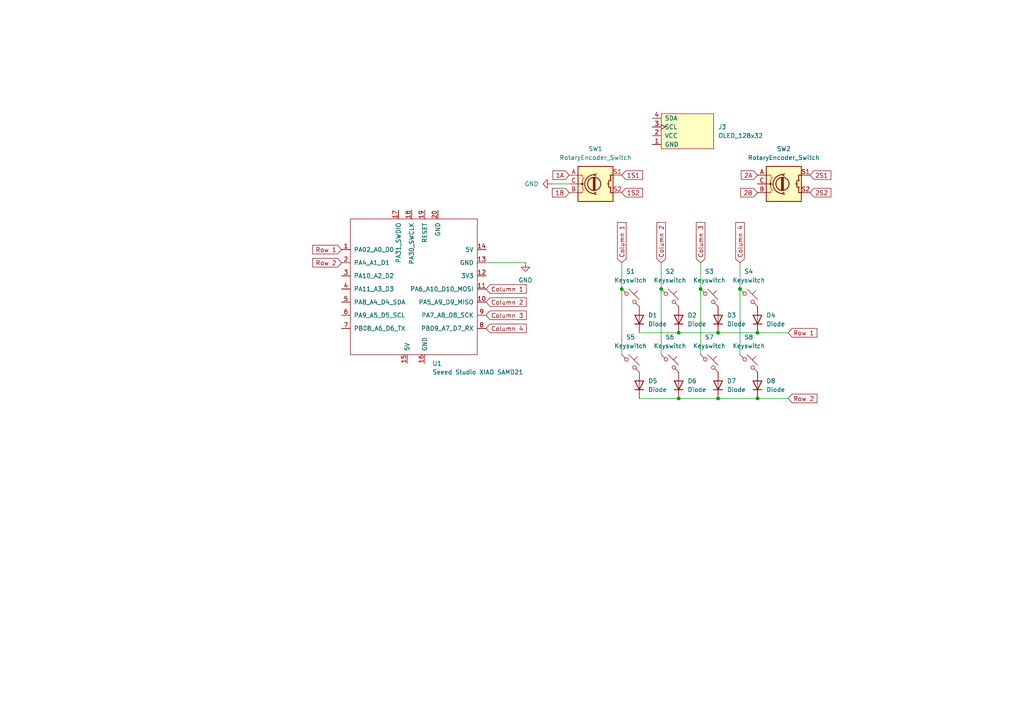
<source format=kicad_sch>
(kicad_sch (version 20231120) (generator "eeschema") (generator_version "8.0")
  (paper "A4")
  (lib_symbols
    (symbol "Device:RotaryEncoder_Switch" (pin_names (offset 0.254) hide)
      (property "Reference" "SW" (at 0 6.604 0))
      (property "Value" "RotaryEncoder_Switch" (at 0 -6.604 0))
      (symbol "RotaryEncoder_Switch_0_1"
        (rectangle (start -5.08 5.08) (end 5.08 -5.08) (stroke (width 0.254)) (fill (type background)))
        (circle (center -3.81 0) (radius 0.254) (fill (type outline)))
        (circle (center -0.381 0) (radius 1.905) (stroke (width 0.254)))
        (arc (start -0.381 2.667) (mid -3.0988 -0.0635) (end -0.381 -2.794) (stroke (width 0.254)))
        (polyline (pts (xy -0.635 -1.778) (xy -0.635 1.778)) (stroke (width 0.254)))
        (polyline (pts (xy -0.381 -1.778) (xy -0.381 1.778)) (stroke (width 0.254)))
        (polyline (pts (xy -0.127 1.778) (xy -0.127 -1.778)) (stroke (width 0.254)))
        (polyline (pts (xy 3.81 0) (xy 3.429 0)) (stroke (width 0.254)))
        (polyline (pts (xy 3.81 1.016) (xy 3.81 -1.016)) (stroke (width 0.254)))
        (polyline (pts (xy -5.08 -2.54) (xy -3.81 -2.54) (xy -3.81 -2.032)))
        (polyline (pts (xy -5.08 2.54) (xy -3.81 2.54) (xy -3.81 2.032)))
        (polyline (pts (xy 0.254 -3.048) (xy -0.508 -2.794) (xy 0.127 -2.413)) (stroke (width 0.254)))
        (polyline (pts (xy 0.254 2.921) (xy -0.508 2.667) (xy 0.127 2.286)) (stroke (width 0.254)))
        (polyline (pts (xy 5.08 -2.54) (xy 4.318 -2.54) (xy 4.318 -1.016)) (stroke (width 0.254)))
        (polyline (pts (xy 5.08 2.54) (xy 4.318 2.54) (xy 4.318 1.016)) (stroke (width 0.254)))
        (polyline (pts (xy -5.08 0) (xy -3.81 0) (xy -3.81 -1.016) (xy -3.302 -2.032)))
        (polyline (pts (xy -4.318 0) (xy -3.81 0) (xy -3.81 1.016) (xy -3.302 2.032)))
        (circle (center 4.318 -1.016) (radius 0.127) (stroke (width 0.254)))
        (circle (center 4.318 1.016) (radius 0.127) (stroke (width 0.254)))
      )
      (symbol "RotaryEncoder_Switch_1_1"
        (pin passive line (at -7.62 2.54 0) (length 2.54) (name "A") (number "A"))
        (pin passive line (at -7.62 -2.54 0) (length 2.54) (name "B") (number "B"))
        (pin passive line (at -7.62 0 0) (length 2.54) (name "C") (number "C"))
        (pin passive line (at 7.62 2.54 180) (length 2.54) (name "S1") (number "S1"))
        (pin passive line (at 7.62 -2.54 180) (length 2.54) (name "S2") (number "S2"))
      )
    )
    (symbol "ScottoKeebs:OLED_128x32" (pin_names (offset 1.016))
      (property "Reference" "J" (at 0 -6.35 0))
      (property "Value" "OLED_128x32" (at 0 6.35 0))
      (symbol "OLED_128x32_0_1"
        (rectangle (start 0 5.08) (end 15.24 -5.08) (fill (type background)))
      )
      (symbol "OLED_128x32_1_1"
        (pin power_in line (at -2.54 -3.81 0) (length 2.54) (name "GND") (number "1"))
        (pin power_in line (at -2.54 -1.27 0) (length 2.54) (name "VCC") (number "2"))
        (pin input clock (at -2.54 1.27 0) (length 2.54) (name "SCL") (number "3"))
        (pin bidirectional line (at -2.54 3.81 0) (length 2.54) (name "SDA") (number "4"))
      )
    )
    (symbol "ScottoKeebs:Placeholder_Diode" (pin_numbers hide) (pin_names hide)
      (property "Reference" "D" (at 0 2.54 0))
      (property "Value" "Diode" (at 0 -2.54 0))
      (symbol "Placeholder_Diode_0_1"
        (polyline (pts (xy -1.27 1.27) (xy -1.27 -1.27)) (stroke (width 0.254)))
        (polyline (pts (xy 1.27 0) (xy -1.27 0)))
        (polyline (pts (xy 1.27 1.27) (xy 1.27 -1.27) (xy -1.27 0) (xy 1.27 1.27)) (stroke (width 0.254)))
      )
      (symbol "Placeholder_Diode_1_1"
        (pin passive line (at -3.81 0 0) (length 2.54) (name "K") (number "1"))
        (pin passive line (at 3.81 0 180) (length 2.54) (name "A") (number "2"))
      )
    )
    (symbol "ScottoKeebs:Placeholder_Keyswitch" (pin_numbers hide) (pin_names (offset 1.016) hide)
      (property "Reference" "S" (at 3.048 1.016 0))
      (property "Value" "Keyswitch" (at 0 -3.81 0))
      (symbol "Placeholder_Keyswitch_0_1"
        (circle (center -1.1684 1.1684) (radius 0.508))
        (polyline (pts (xy -0.508 2.54) (xy 2.54 -0.508)))
        (polyline (pts (xy 1.016 1.016) (xy 2.032 2.032)))
        (polyline (pts (xy -2.54 2.54) (xy -1.524 1.524) (xy -1.524 1.524)))
        (polyline (pts (xy 1.524 -1.524) (xy 2.54 -2.54) (xy 2.54 -2.54) (xy 2.54 -2.54)))
        (circle (center 1.143 -1.1938) (radius 0.508))
        (pin passive line (at -2.54 2.54 0) (length 0) (name "1") (number "1"))
        (pin passive line (at 2.54 -2.54 180) (length 0) (name "2") (number "2"))
      )
    )
    (symbol "Seeed_Studio_XIAO_Series:Seeed Studio XIAO SAMD21" (pin_names (offset 1.016))
      (property "Reference" "U" (at -19.05 22.86 0))
      (property "Value" "Seeed Studio XIAO SAMD21" (at -12.7 21.59 0))
      (symbol "Seeed Studio XIAO SAMD21_0_1"
        (rectangle (start -19.05 20.32) (end 17.78 -19.05))
      )
      (symbol "Seeed Studio XIAO SAMD21_1_1"
        (pin unspecified line (at -21.59 11.43 0) (length 2.54) (name "PA02_A0_D0") (number "1"))
        (pin unspecified line (at 20.32 -3.81 180) (length 2.54) (name "PA5_A9_D9_MISO") (number "10"))
        (pin unspecified line (at 20.32 0 180) (length 2.54) (name "PA6_A10_D10_MOSI") (number "11"))
        (pin unspecified line (at 20.32 3.81 180) (length 2.54) (name "3V3") (number "12"))
        (pin unspecified line (at 20.32 7.62 180) (length 2.54) (name "GND") (number "13"))
        (pin unspecified line (at 20.32 11.43 180) (length 2.54) (name "5V") (number "14"))
        (pin input line (at -2.54 -21.59 90) (length 2.54) (name "5V") (number "15"))
        (pin input line (at 2.54 -21.59 90) (length 2.54) (name "GND") (number "16"))
        (pin input line (at -5.08 22.86 270) (length 2.54) (name "PA31_SWDIO") (number "17"))
        (pin input line (at -1.27 22.86 270) (length 2.54) (name "PA30_SWCLK") (number "18"))
        (pin input line (at 2.54 22.86 270) (length 2.54) (name "RESET") (number "19"))
        (pin unspecified line (at -21.59 7.62 0) (length 2.54) (name "PA4_A1_D1") (number "2"))
        (pin input line (at 6.35 22.86 270) (length 2.54) (name "GND") (number "20"))
        (pin unspecified line (at -21.59 3.81 0) (length 2.54) (name "PA10_A2_D2") (number "3"))
        (pin unspecified line (at -21.59 0 0) (length 2.54) (name "PA11_A3_D3") (number "4"))
        (pin unspecified line (at -21.59 -3.81 0) (length 2.54) (name "PA8_A4_D4_SDA") (number "5"))
        (pin unspecified line (at -21.59 -7.62 0) (length 2.54) (name "PA9_A5_D5_SCL") (number "6"))
        (pin unspecified line (at -21.59 -11.43 0) (length 2.54) (name "PB08_A6_D6_TX") (number "7"))
        (pin unspecified line (at 20.32 -11.43 180) (length 2.54) (name "PB09_A7_D7_RX") (number "8"))
        (pin unspecified line (at 20.32 -7.62 180) (length 2.54) (name "PA7_A8_D8_SCK") (number "9"))
      )
    )
    (symbol "power:GND" (power) (pin_numbers hide) (pin_names (offset 0) hide)
      (property "Value" "GND" (at 0 -3.81 0))
      (symbol "GND_0_1"
        (polyline (pts (xy 0 0) (xy 0 -1.27) (xy 1.27 -1.27) (xy 0 -2.54) (xy -1.27 -1.27) (xy 0 -1.27)))
      )
      (symbol "GND_1_1"
        (pin power_in line (at 0 0 270) (length 0) (name "~") (number "1"))
      )
    )
  )
  (junction (at 214.63 83.82))
  (junction (at 203.2 83.82))
  (junction (at 208.28 96.52))
  (junction (at 219.71 96.52))
  (junction (at 196.85 115.57))
  (junction (at 180.34 83.82))
  (junction (at 196.85 96.52))
  (junction (at 191.77 83.82))
  (junction (at 219.71 115.57))
  (junction (at 208.28 115.57))
  (wire (pts (xy 203.2 83.82) (xy 203.2 102.87)))
  (wire (pts (xy 185.42 115.57) (xy 196.85 115.57)))
  (wire (pts (xy 185.42 96.52) (xy 196.85 96.52)))
  (wire (pts (xy 208.28 115.57) (xy 219.71 115.57)))
  (wire (pts (xy 208.28 96.52) (xy 219.71 96.52)))
  (wire (pts (xy 228.6 115.57) (xy 219.71 115.57)))
  (wire (pts (xy 196.85 96.52) (xy 208.28 96.52)))
  (wire (pts (xy 191.77 83.82) (xy 191.77 102.87)))
  (wire (pts (xy 228.6 96.52) (xy 219.71 96.52)))
  (wire (pts (xy 203.2 76.2) (xy 203.2 83.82)))
  (wire (pts (xy 214.63 83.82) (xy 214.63 102.87)))
  (wire (pts (xy 191.77 76.2) (xy 191.77 83.82)))
  (wire (pts (xy 196.85 115.57) (xy 208.28 115.57)))
  (wire (pts (xy 180.34 83.82) (xy 180.34 102.87)))
  (wire (pts (xy 160.02 53.34) (xy 165.1 53.34)))
  (wire (pts (xy 214.63 76.2) (xy 214.63 83.82)))
  (wire (pts (xy 140.97 76.2) (xy 152.4 76.2)))
  (wire (pts (xy 180.34 76.2) (xy 180.34 83.82)))
  (global_label "Column 1" (shape input) (at 140.97 83.82 0) (property "Intersheetrefs" "${INTERSHEET_REFS}" (effects (hide yes))))
  (global_label "Row 2" (shape input) (at 99.06 76.2 180) (property "Intersheetrefs" "${INTERSHEET_REFS}" (effects (hide yes))))
  (global_label "Column 4" (shape input) (at 214.63 76.2 90) (property "Intersheetrefs" "${INTERSHEET_REFS}" (effects (hide yes))))
  (global_label "1S1" (shape input) (at 180.34 50.8 0) (property "Intersheetrefs" "${INTERSHEET_REFS}" (effects (hide yes))))
  (global_label "1S2" (shape input) (at 180.34 55.88 0) (property "Intersheetrefs" "${INTERSHEET_REFS}" (effects (hide yes))))
  (global_label "Column 2" (shape input) (at 191.77 76.2 90) (property "Intersheetrefs" "${INTERSHEET_REFS}" (effects (hide yes))))
  (global_label "Row 2" (shape input) (at 228.6 115.57 0) (property "Intersheetrefs" "${INTERSHEET_REFS}" (effects (hide yes))))
  (global_label "Column 3" (shape input) (at 203.2 76.2 90) (property "Intersheetrefs" "${INTERSHEET_REFS}" (effects (hide yes))))
  (global_label "1A" (shape input) (at 165.1 50.8 180) (property "Intersheetrefs" "${INTERSHEET_REFS}" (effects (hide yes))))
  (global_label "2B" (shape input) (at 219.71 55.88 180) (property "Intersheetrefs" "${INTERSHEET_REFS}" (effects (hide yes))))
  (global_label "Column 1" (shape input) (at 180.34 76.2 90) (property "Intersheetrefs" "${INTERSHEET_REFS}" (effects (hide yes))))
  (global_label "Row 1" (shape input) (at 99.06 72.39 180) (property "Intersheetrefs" "${INTERSHEET_REFS}" (effects (hide yes))))
  (global_label "Column 2" (shape input) (at 140.97 87.63 0) (property "Intersheetrefs" "${INTERSHEET_REFS}" (effects (hide yes))))
  (global_label "Column 3" (shape input) (at 140.97 91.44 0) (property "Intersheetrefs" "${INTERSHEET_REFS}" (effects (hide yes))))
  (global_label "2S2" (shape input) (at 234.95 55.88 0) (property "Intersheetrefs" "${INTERSHEET_REFS}" (effects (hide yes))))
  (global_label "Column 4" (shape input) (at 140.97 95.25 0) (property "Intersheetrefs" "${INTERSHEET_REFS}" (effects (hide yes))))
  (global_label "Row 1" (shape input) (at 228.6 96.52 0) (property "Intersheetrefs" "${INTERSHEET_REFS}" (effects (hide yes))))
  (global_label "2S1" (shape input) (at 234.95 50.8 0) (property "Intersheetrefs" "${INTERSHEET_REFS}" (effects (hide yes))))
  (global_label "1B" (shape input) (at 165.1 55.88 180) (property "Intersheetrefs" "${INTERSHEET_REFS}" (effects (hide yes))))
  (global_label "2A" (shape input) (at 219.71 50.8 180) (property "Intersheetrefs" "${INTERSHEET_REFS}" (effects (hide yes))))
  (symbol (lib_id "Device:RotaryEncoder_Switch") (at 227.33 53.34 0) (unit 1)
    (property "Reference" "SW2" (at 227.33 43.18 0))
    (property "Value" "RotaryEncoder_Switch" (at 227.33 45.72 0))
    (property "Description" "Rotary encoder, dual channel, incremental quadrate outputs, with switch" (effects (hide yes)))
  )
  (symbol (lib_id "ScottoKeebs:Placeholder_Keyswitch") (at 217.17 105.41 0) (unit 1)
    (property "Reference" "S8" (at 217.17 97.79 0))
    (property "Value" "Keyswitch" (at 217.17 100.33 0))
    (property "Description" "Push button switch, normally open, two pins, 45° tilted" (effects (hide yes)))
  )
  (symbol (lib_id "ScottoKeebs:Placeholder_Diode") (at 208.28 111.76 90) (unit 1)
    (property "Reference" "D7" (at 210.82 110.4899 90) (effects (justify right)))
    (property "Value" "Diode" (at 210.82 113.0299 90) (effects (justify right)))
    (property "Description" "1N4148 (DO-35) or 1N4148W (SOD-123)" (effects (hide yes)))
    (property "Sim.Device" "D" (effects (hide yes)))
    (property "Sim.Pins" "1=K 2=A" (effects (hide yes)))
  )
  (symbol (lib_id "ScottoKeebs:Placeholder_Keyswitch") (at 205.74 86.36 0) (unit 1)
    (property "Reference" "S3" (at 205.74 78.74 0))
    (property "Value" "Keyswitch" (at 205.74 81.28 0))
    (property "Description" "Push button switch, normally open, two pins, 45° tilted" (effects (hide yes)))
  )
  (symbol (lib_id "ScottoKeebs:Placeholder_Diode") (at 219.71 111.76 90) (unit 1)
    (property "Reference" "D8" (at 222.25 110.4899 90) (effects (justify right)))
    (property "Value" "Diode" (at 222.25 113.0299 90) (effects (justify right)))
    (property "Description" "1N4148 (DO-35) or 1N4148W (SOD-123)" (effects (hide yes)))
    (property "Sim.Device" "D" (effects (hide yes)))
    (property "Sim.Pins" "1=K 2=A" (effects (hide yes)))
  )
  (symbol (lib_id "ScottoKeebs:Placeholder_Keyswitch") (at 194.31 86.36 0) (unit 1)
    (property "Reference" "S2" (at 194.31 78.74 0))
    (property "Value" "Keyswitch" (at 194.31 81.28 0))
    (property "Description" "Push button switch, normally open, two pins, 45° tilted" (effects (hide yes)))
  )
  (symbol (lib_id "ScottoKeebs:Placeholder_Keyswitch") (at 194.31 105.41 0) (unit 1)
    (property "Reference" "S6" (at 194.31 97.79 0))
    (property "Value" "Keyswitch" (at 194.31 100.33 0))
    (property "Description" "Push button switch, normally open, two pins, 45° tilted" (effects (hide yes)))
  )
  (symbol (lib_id "ScottoKeebs:Placeholder_Diode") (at 196.85 92.71 90) (unit 1)
    (property "Reference" "D2" (at 199.39 91.4399 90) (effects (justify right)))
    (property "Value" "Diode" (at 199.39 93.9799 90) (effects (justify right)))
    (property "Description" "1N4148 (DO-35) or 1N4148W (SOD-123)" (effects (hide yes)))
    (property "Sim.Device" "D" (effects (hide yes)))
    (property "Sim.Pins" "1=K 2=A" (effects (hide yes)))
  )
  (symbol (lib_id "ScottoKeebs:Placeholder_Diode") (at 208.28 92.71 90) (unit 1)
    (property "Reference" "D3" (at 210.82 91.4399 90) (effects (justify right)))
    (property "Value" "Diode" (at 210.82 93.9799 90) (effects (justify right)))
    (property "Description" "1N4148 (DO-35) or 1N4148W (SOD-123)" (effects (hide yes)))
    (property "Sim.Device" "D" (effects (hide yes)))
    (property "Sim.Pins" "1=K 2=A" (effects (hide yes)))
  )
  (symbol (lib_id "ScottoKeebs:Placeholder_Diode") (at 196.85 111.76 90) (unit 1)
    (property "Reference" "D6" (at 199.39 110.4899 90) (effects (justify right)))
    (property "Value" "Diode" (at 199.39 113.0299 90) (effects (justify right)))
    (property "Description" "1N4148 (DO-35) or 1N4148W (SOD-123)" (effects (hide yes)))
    (property "Sim.Device" "D" (effects (hide yes)))
    (property "Sim.Pins" "1=K 2=A" (effects (hide yes)))
  )
  (symbol (lib_id "ScottoKeebs:Placeholder_Diode") (at 219.71 92.71 90) (unit 1)
    (property "Reference" "D4" (at 222.25 91.4399 90) (effects (justify right)))
    (property "Value" "Diode" (at 222.25 93.9799 90) (effects (justify right)))
    (property "Description" "1N4148 (DO-35) or 1N4148W (SOD-123)" (effects (hide yes)))
    (property "Sim.Device" "D" (effects (hide yes)))
    (property "Sim.Pins" "1=K 2=A" (effects (hide yes)))
  )
  (symbol (lib_id "ScottoKeebs:Placeholder_Keyswitch") (at 205.74 105.41 0) (unit 1)
    (property "Reference" "S7" (at 205.74 97.79 0))
    (property "Value" "Keyswitch" (at 205.74 100.33 0))
    (property "Description" "Push button switch, normally open, two pins, 45° tilted" (effects (hide yes)))
  )
  (symbol (lib_id "power:GND") (at 152.4 76.2 0) (unit 1)
    (property "Reference" "#PWR01" (effects (hide yes)))
    (property "Value" "GND" (at 152.4 81.28 0))
    (property "Description" "Power symbol creates a global label with name \"GND\" , ground" (effects (hide yes)))
  )
  (symbol (lib_id "power:GND") (at 160.02 53.34 270) (unit 1)
    (property "Reference" "#PWR02" (effects (hide yes)))
    (property "Value" "GND" (at 156.21 53.3399 90) (effects (justify right)))
    (property "Description" "Power symbol creates a global label with name \"GND\" , ground" (effects (hide yes)))
  )
  (symbol (lib_id "ScottoKeebs:OLED_128x32") (at 191.77 38.1 0) (unit 1)
    (property "Reference" "J3" (at 208.28 36.8299 0) (effects (justify left)))
    (property "Value" "OLED_128x32" (at 208.28 39.3699 0) (effects (justify left)))
    (property "Footprint" "ScottoKeebs_Components:OLED_128x32" (effects (hide yes)))
  )
  (symbol (lib_id "Seeed_Studio_XIAO_Series:Seeed Studio XIAO SAMD21") (at 120.65 83.82 0) (unit 1)
    (property "Reference" "U1" (at 125.3841 105.41 0) (effects (justify left)))
    (property "Value" "Seeed Studio XIAO SAMD21" (at 125.3841 107.95 0) (effects (justify left)))
  )
  (symbol (lib_id "ScottoKeebs:Placeholder_Keyswitch") (at 217.17 86.36 0) (unit 1)
    (property "Reference" "S4" (at 217.17 78.74 0))
    (property "Value" "Keyswitch" (at 217.17 81.28 0))
    (property "Description" "Push button switch, normally open, two pins, 45° tilted" (effects (hide yes)))
  )
  (symbol (lib_id "ScottoKeebs:Placeholder_Keyswitch") (at 182.88 105.41 0) (unit 1)
    (property "Reference" "S5" (at 182.88 97.79 0))
    (property "Value" "Keyswitch" (at 182.88 100.33 0))
    (property "Description" "Push button switch, normally open, two pins, 45° tilted" (effects (hide yes)))
  )
  (symbol (lib_id "Device:RotaryEncoder_Switch") (at 172.72 53.34 0) (unit 1)
    (property "Reference" "SW1" (at 172.72 43.18 0))
    (property "Value" "RotaryEncoder_Switch" (at 172.72 45.72 0))
    (property "Description" "Rotary encoder, dual channel, incremental quadrate outputs, with switch" (effects (hide yes)))
  )
  (symbol (lib_id "ScottoKeebs:Placeholder_Diode") (at 185.42 111.76 90) (unit 1)
    (property "Reference" "D5" (at 187.96 110.4899 90) (effects (justify right)))
    (property "Value" "Diode" (at 187.96 113.0299 90) (effects (justify right)))
    (property "Description" "1N4148 (DO-35) or 1N4148W (SOD-123)" (effects (hide yes)))
    (property "Sim.Device" "D" (effects (hide yes)))
    (property "Sim.Pins" "1=K 2=A" (effects (hide yes)))
  )
  (symbol (lib_id "ScottoKeebs:Placeholder_Diode") (at 185.42 92.71 90) (unit 1)
    (property "Reference" "D1" (at 187.96 91.4399 90) (effects (justify right)))
    (property "Value" "Diode" (at 187.96 93.9799 90) (effects (justify right)))
    (property "Description" "1N4148 (DO-35) or 1N4148W (SOD-123)" (effects (hide yes)))
    (property "Sim.Device" "D" (effects (hide yes)))
    (property "Sim.Pins" "1=K 2=A" (effects (hide yes)))
  )
  (symbol (lib_id "ScottoKeebs:Placeholder_Keyswitch") (at 182.88 86.36 0) (unit 1)
    (property "Reference" "S1" (at 182.88 78.74 0))
    (property "Value" "Keyswitch" (at 182.88 81.28 0))
    (property "Description" "Push button switch, normally open, two pins, 45° tilted" (effects (hide yes)))
  )
)
</source>
